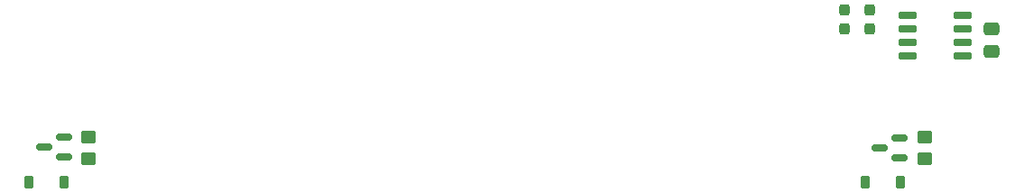
<source format=gbr>
%TF.GenerationSoftware,KiCad,Pcbnew,7.0.1*%
%TF.CreationDate,2023-11-18T18:03:43+02:00*%
%TF.ProjectId,Punainen Husse,50756e61-696e-4656-9e20-48757373652e,rev?*%
%TF.SameCoordinates,Original*%
%TF.FileFunction,Paste,Top*%
%TF.FilePolarity,Positive*%
%FSLAX46Y46*%
G04 Gerber Fmt 4.6, Leading zero omitted, Abs format (unit mm)*
G04 Created by KiCad (PCBNEW 7.0.1) date 2023-11-18 18:03:43*
%MOMM*%
%LPD*%
G01*
G04 APERTURE LIST*
G04 Aperture macros list*
%AMRoundRect*
0 Rectangle with rounded corners*
0 $1 Rounding radius*
0 $2 $3 $4 $5 $6 $7 $8 $9 X,Y pos of 4 corners*
0 Add a 4 corners polygon primitive as box body*
4,1,4,$2,$3,$4,$5,$6,$7,$8,$9,$2,$3,0*
0 Add four circle primitives for the rounded corners*
1,1,$1+$1,$2,$3*
1,1,$1+$1,$4,$5*
1,1,$1+$1,$6,$7*
1,1,$1+$1,$8,$9*
0 Add four rect primitives between the rounded corners*
20,1,$1+$1,$2,$3,$4,$5,0*
20,1,$1+$1,$4,$5,$6,$7,0*
20,1,$1+$1,$6,$7,$8,$9,0*
20,1,$1+$1,$8,$9,$2,$3,0*%
G04 Aperture macros list end*
%ADD10RoundRect,0.250000X-0.450000X0.350000X-0.450000X-0.350000X0.450000X-0.350000X0.450000X0.350000X0*%
%ADD11RoundRect,0.150000X0.587500X0.150000X-0.587500X0.150000X-0.587500X-0.150000X0.587500X-0.150000X0*%
%ADD12RoundRect,0.237500X0.237500X-0.287500X0.237500X0.287500X-0.237500X0.287500X-0.237500X-0.287500X0*%
%ADD13RoundRect,0.237500X-0.237500X0.287500X-0.237500X-0.287500X0.237500X-0.287500X0.237500X0.287500X0*%
%ADD14RoundRect,0.150000X-0.725000X-0.150000X0.725000X-0.150000X0.725000X0.150000X-0.725000X0.150000X0*%
%ADD15RoundRect,0.225000X-0.225000X-0.375000X0.225000X-0.375000X0.225000X0.375000X-0.225000X0.375000X0*%
%ADD16RoundRect,0.250000X-0.475000X0.337500X-0.475000X-0.337500X0.475000X-0.337500X0.475000X0.337500X0*%
G04 APERTURE END LIST*
D10*
%TO.C,R24*%
X116985000Y-108500000D03*
X116985000Y-110500000D03*
%TD*%
D11*
%TO.C,Q4*%
X114735000Y-110400000D03*
X114735000Y-108500000D03*
X112860000Y-109450000D03*
%TD*%
D12*
%TO.C,LED5*%
X188000000Y-98350000D03*
X188000000Y-96600000D03*
%TD*%
D13*
%TO.C,LED6*%
X190300000Y-96600000D03*
X190300000Y-98350000D03*
%TD*%
D14*
%TO.C,U2*%
X193925000Y-97095000D03*
X193925000Y-98365000D03*
X193925000Y-99635000D03*
X193925000Y-100905000D03*
X199075000Y-100905000D03*
X199075000Y-99635000D03*
X199075000Y-98365000D03*
X199075000Y-97095000D03*
%TD*%
D11*
%TO.C,Q3*%
X193175000Y-110450000D03*
X193175000Y-108550000D03*
X191300000Y-109500000D03*
%TD*%
D15*
%TO.C,D5*%
X111460000Y-112700000D03*
X114760000Y-112700000D03*
%TD*%
D10*
%TO.C,R23*%
X195465000Y-108520000D03*
X195465000Y-110520000D03*
%TD*%
D16*
%TO.C,C5*%
X201800000Y-98362500D03*
X201800000Y-100437500D03*
%TD*%
D15*
%TO.C,D4*%
X189940000Y-112720000D03*
X193240000Y-112720000D03*
%TD*%
M02*

</source>
